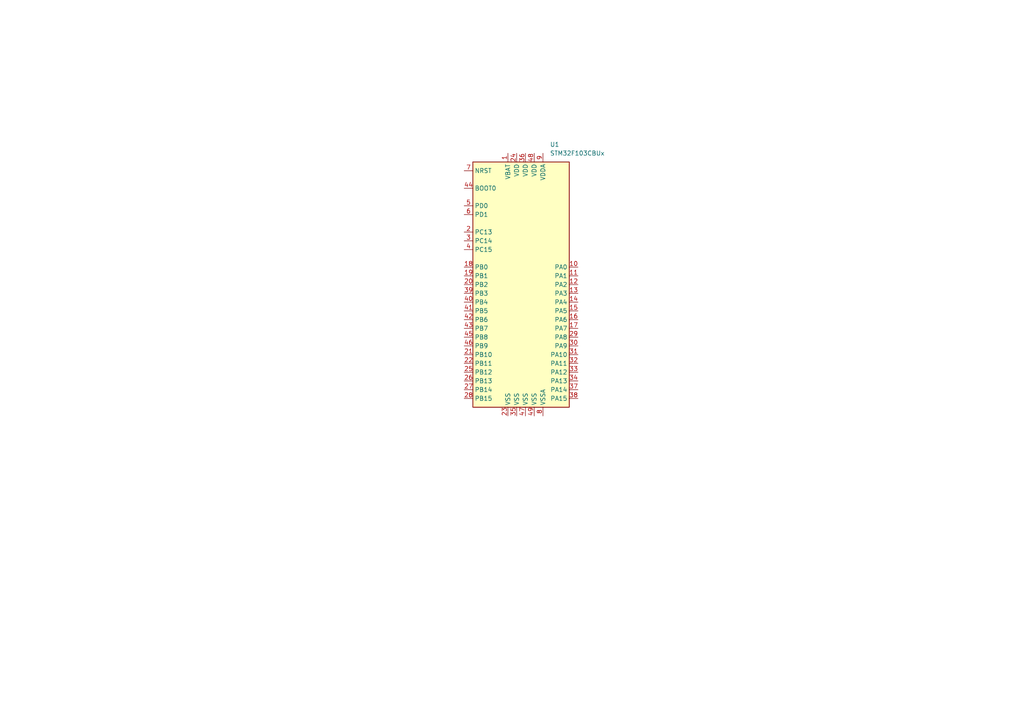
<source format=kicad_sch>
(kicad_sch (version 20211123) (generator eeschema)

  (uuid 622eb65f-976e-4ff6-9e1d-78d5a076528b)

  (paper "A4")

  (lib_symbols
    (symbol "MCU_ST_STM32F1:STM32F103CBUx" (in_bom yes) (on_board yes)
      (property "Reference" "U" (id 0) (at -15.24 36.83 0)
        (effects (font (size 1.27 1.27)) (justify left))
      )
      (property "Value" "STM32F103CBUx" (id 1) (at 7.62 36.83 0)
        (effects (font (size 1.27 1.27)) (justify left))
      )
      (property "Footprint" "Package_DFN_QFN:QFN-48-1EP_7x7mm_P0.5mm_EP5.6x5.6mm" (id 2) (at -15.24 -35.56 0)
        (effects (font (size 1.27 1.27)) (justify right) hide)
      )
      (property "Datasheet" "http://www.st.com/st-web-ui/static/active/en/resource/technical/document/datasheet/CD00161566.pdf" (id 3) (at 0 0 0)
        (effects (font (size 1.27 1.27)) hide)
      )
      (property "ki_keywords" "ARM Cortex-M3 STM32F1 STM32F103" (id 4) (at 0 0 0)
        (effects (font (size 1.27 1.27)) hide)
      )
      (property "ki_description" "ARM Cortex-M3 MCU, 128KB flash, 20KB RAM, 72MHz, 2-3.6V, 37 GPIO, UFQFPN-48" (id 5) (at 0 0 0)
        (effects (font (size 1.27 1.27)) hide)
      )
      (property "ki_fp_filters" "QFN*1EP*7x7mm*P0.5mm*" (id 6) (at 0 0 0)
        (effects (font (size 1.27 1.27)) hide)
      )
      (symbol "STM32F103CBUx_0_1"
        (rectangle (start -15.24 -35.56) (end 12.7 35.56)
          (stroke (width 0.254) (type default) (color 0 0 0 0))
          (fill (type background))
        )
      )
      (symbol "STM32F103CBUx_1_1"
        (pin power_in line (at -5.08 38.1 270) (length 2.54)
          (name "VBAT" (effects (font (size 1.27 1.27))))
          (number "1" (effects (font (size 1.27 1.27))))
        )
        (pin bidirectional line (at 15.24 5.08 180) (length 2.54)
          (name "PA0" (effects (font (size 1.27 1.27))))
          (number "10" (effects (font (size 1.27 1.27))))
        )
        (pin bidirectional line (at 15.24 2.54 180) (length 2.54)
          (name "PA1" (effects (font (size 1.27 1.27))))
          (number "11" (effects (font (size 1.27 1.27))))
        )
        (pin bidirectional line (at 15.24 0 180) (length 2.54)
          (name "PA2" (effects (font (size 1.27 1.27))))
          (number "12" (effects (font (size 1.27 1.27))))
        )
        (pin bidirectional line (at 15.24 -2.54 180) (length 2.54)
          (name "PA3" (effects (font (size 1.27 1.27))))
          (number "13" (effects (font (size 1.27 1.27))))
        )
        (pin bidirectional line (at 15.24 -5.08 180) (length 2.54)
          (name "PA4" (effects (font (size 1.27 1.27))))
          (number "14" (effects (font (size 1.27 1.27))))
        )
        (pin bidirectional line (at 15.24 -7.62 180) (length 2.54)
          (name "PA5" (effects (font (size 1.27 1.27))))
          (number "15" (effects (font (size 1.27 1.27))))
        )
        (pin bidirectional line (at 15.24 -10.16 180) (length 2.54)
          (name "PA6" (effects (font (size 1.27 1.27))))
          (number "16" (effects (font (size 1.27 1.27))))
        )
        (pin bidirectional line (at 15.24 -12.7 180) (length 2.54)
          (name "PA7" (effects (font (size 1.27 1.27))))
          (number "17" (effects (font (size 1.27 1.27))))
        )
        (pin bidirectional line (at -17.78 5.08 0) (length 2.54)
          (name "PB0" (effects (font (size 1.27 1.27))))
          (number "18" (effects (font (size 1.27 1.27))))
        )
        (pin bidirectional line (at -17.78 2.54 0) (length 2.54)
          (name "PB1" (effects (font (size 1.27 1.27))))
          (number "19" (effects (font (size 1.27 1.27))))
        )
        (pin bidirectional line (at -17.78 15.24 0) (length 2.54)
          (name "PC13" (effects (font (size 1.27 1.27))))
          (number "2" (effects (font (size 1.27 1.27))))
        )
        (pin bidirectional line (at -17.78 0 0) (length 2.54)
          (name "PB2" (effects (font (size 1.27 1.27))))
          (number "20" (effects (font (size 1.27 1.27))))
        )
        (pin bidirectional line (at -17.78 -20.32 0) (length 2.54)
          (name "PB10" (effects (font (size 1.27 1.27))))
          (number "21" (effects (font (size 1.27 1.27))))
        )
        (pin bidirectional line (at -17.78 -22.86 0) (length 2.54)
          (name "PB11" (effects (font (size 1.27 1.27))))
          (number "22" (effects (font (size 1.27 1.27))))
        )
        (pin power_in line (at -5.08 -38.1 90) (length 2.54)
          (name "VSS" (effects (font (size 1.27 1.27))))
          (number "23" (effects (font (size 1.27 1.27))))
        )
        (pin power_in line (at -2.54 38.1 270) (length 2.54)
          (name "VDD" (effects (font (size 1.27 1.27))))
          (number "24" (effects (font (size 1.27 1.27))))
        )
        (pin bidirectional line (at -17.78 -25.4 0) (length 2.54)
          (name "PB12" (effects (font (size 1.27 1.27))))
          (number "25" (effects (font (size 1.27 1.27))))
        )
        (pin bidirectional line (at -17.78 -27.94 0) (length 2.54)
          (name "PB13" (effects (font (size 1.27 1.27))))
          (number "26" (effects (font (size 1.27 1.27))))
        )
        (pin bidirectional line (at -17.78 -30.48 0) (length 2.54)
          (name "PB14" (effects (font (size 1.27 1.27))))
          (number "27" (effects (font (size 1.27 1.27))))
        )
        (pin bidirectional line (at -17.78 -33.02 0) (length 2.54)
          (name "PB15" (effects (font (size 1.27 1.27))))
          (number "28" (effects (font (size 1.27 1.27))))
        )
        (pin bidirectional line (at 15.24 -15.24 180) (length 2.54)
          (name "PA8" (effects (font (size 1.27 1.27))))
          (number "29" (effects (font (size 1.27 1.27))))
        )
        (pin bidirectional line (at -17.78 12.7 0) (length 2.54)
          (name "PC14" (effects (font (size 1.27 1.27))))
          (number "3" (effects (font (size 1.27 1.27))))
        )
        (pin bidirectional line (at 15.24 -17.78 180) (length 2.54)
          (name "PA9" (effects (font (size 1.27 1.27))))
          (number "30" (effects (font (size 1.27 1.27))))
        )
        (pin bidirectional line (at 15.24 -20.32 180) (length 2.54)
          (name "PA10" (effects (font (size 1.27 1.27))))
          (number "31" (effects (font (size 1.27 1.27))))
        )
        (pin bidirectional line (at 15.24 -22.86 180) (length 2.54)
          (name "PA11" (effects (font (size 1.27 1.27))))
          (number "32" (effects (font (size 1.27 1.27))))
        )
        (pin bidirectional line (at 15.24 -25.4 180) (length 2.54)
          (name "PA12" (effects (font (size 1.27 1.27))))
          (number "33" (effects (font (size 1.27 1.27))))
        )
        (pin bidirectional line (at 15.24 -27.94 180) (length 2.54)
          (name "PA13" (effects (font (size 1.27 1.27))))
          (number "34" (effects (font (size 1.27 1.27))))
        )
        (pin power_in line (at -2.54 -38.1 90) (length 2.54)
          (name "VSS" (effects (font (size 1.27 1.27))))
          (number "35" (effects (font (size 1.27 1.27))))
        )
        (pin power_in line (at 0 38.1 270) (length 2.54)
          (name "VDD" (effects (font (size 1.27 1.27))))
          (number "36" (effects (font (size 1.27 1.27))))
        )
        (pin bidirectional line (at 15.24 -30.48 180) (length 2.54)
          (name "PA14" (effects (font (size 1.27 1.27))))
          (number "37" (effects (font (size 1.27 1.27))))
        )
        (pin bidirectional line (at 15.24 -33.02 180) (length 2.54)
          (name "PA15" (effects (font (size 1.27 1.27))))
          (number "38" (effects (font (size 1.27 1.27))))
        )
        (pin bidirectional line (at -17.78 -2.54 0) (length 2.54)
          (name "PB3" (effects (font (size 1.27 1.27))))
          (number "39" (effects (font (size 1.27 1.27))))
        )
        (pin bidirectional line (at -17.78 10.16 0) (length 2.54)
          (name "PC15" (effects (font (size 1.27 1.27))))
          (number "4" (effects (font (size 1.27 1.27))))
        )
        (pin bidirectional line (at -17.78 -5.08 0) (length 2.54)
          (name "PB4" (effects (font (size 1.27 1.27))))
          (number "40" (effects (font (size 1.27 1.27))))
        )
        (pin bidirectional line (at -17.78 -7.62 0) (length 2.54)
          (name "PB5" (effects (font (size 1.27 1.27))))
          (number "41" (effects (font (size 1.27 1.27))))
        )
        (pin bidirectional line (at -17.78 -10.16 0) (length 2.54)
          (name "PB6" (effects (font (size 1.27 1.27))))
          (number "42" (effects (font (size 1.27 1.27))))
        )
        (pin bidirectional line (at -17.78 -12.7 0) (length 2.54)
          (name "PB7" (effects (font (size 1.27 1.27))))
          (number "43" (effects (font (size 1.27 1.27))))
        )
        (pin input line (at -17.78 27.94 0) (length 2.54)
          (name "BOOT0" (effects (font (size 1.27 1.27))))
          (number "44" (effects (font (size 1.27 1.27))))
        )
        (pin bidirectional line (at -17.78 -15.24 0) (length 2.54)
          (name "PB8" (effects (font (size 1.27 1.27))))
          (number "45" (effects (font (size 1.27 1.27))))
        )
        (pin bidirectional line (at -17.78 -17.78 0) (length 2.54)
          (name "PB9" (effects (font (size 1.27 1.27))))
          (number "46" (effects (font (size 1.27 1.27))))
        )
        (pin power_in line (at 0 -38.1 90) (length 2.54)
          (name "VSS" (effects (font (size 1.27 1.27))))
          (number "47" (effects (font (size 1.27 1.27))))
        )
        (pin power_in line (at 2.54 38.1 270) (length 2.54)
          (name "VDD" (effects (font (size 1.27 1.27))))
          (number "48" (effects (font (size 1.27 1.27))))
        )
        (pin power_in line (at 2.54 -38.1 90) (length 2.54)
          (name "VSS" (effects (font (size 1.27 1.27))))
          (number "49" (effects (font (size 1.27 1.27))))
        )
        (pin input line (at -17.78 22.86 0) (length 2.54)
          (name "PD0" (effects (font (size 1.27 1.27))))
          (number "5" (effects (font (size 1.27 1.27))))
        )
        (pin input line (at -17.78 20.32 0) (length 2.54)
          (name "PD1" (effects (font (size 1.27 1.27))))
          (number "6" (effects (font (size 1.27 1.27))))
        )
        (pin input line (at -17.78 33.02 0) (length 2.54)
          (name "NRST" (effects (font (size 1.27 1.27))))
          (number "7" (effects (font (size 1.27 1.27))))
        )
        (pin power_in line (at 5.08 -38.1 90) (length 2.54)
          (name "VSSA" (effects (font (size 1.27 1.27))))
          (number "8" (effects (font (size 1.27 1.27))))
        )
        (pin power_in line (at 5.08 38.1 270) (length 2.54)
          (name "VDDA" (effects (font (size 1.27 1.27))))
          (number "9" (effects (font (size 1.27 1.27))))
        )
      )
    )
  )


  (symbol (lib_id "MCU_ST_STM32F1:STM32F103CBUx") (at 152.4 82.55 0) (unit 1)
    (in_bom yes) (on_board yes) (fields_autoplaced)
    (uuid 03e88226-cd4c-495e-8240-f30f511ef3fc)
    (property "Reference" "U1" (id 0) (at 159.4994 41.91 0)
      (effects (font (size 1.27 1.27)) (justify left))
    )
    (property "Value" "STM32F103CBUx" (id 1) (at 159.4994 44.45 0)
      (effects (font (size 1.27 1.27)) (justify left))
    )
    (property "Footprint" "Package_DFN_QFN:QFN-48-1EP_7x7mm_P0.5mm_EP5.6x5.6mm" (id 2) (at 137.16 118.11 0)
      (effects (font (size 1.27 1.27)) (justify right) hide)
    )
    (property "Datasheet" "http://www.st.com/st-web-ui/static/active/en/resource/technical/document/datasheet/CD00161566.pdf" (id 3) (at 152.4 82.55 0)
      (effects (font (size 1.27 1.27)) hide)
    )
    (pin "1" (uuid 7c18d266-41fd-4f6d-87cf-3a7e67f879dc))
    (pin "10" (uuid 1e034597-b2fc-49ad-967b-0c6f8435200f))
    (pin "11" (uuid 342cb105-54aa-4519-aac4-89a417436a7e))
    (pin "12" (uuid c6d63b5d-d408-4403-8636-d5703f49ec97))
    (pin "13" (uuid 9da7bd25-ab26-41c0-b7fa-168d24fe4104))
    (pin "14" (uuid 93ad10dd-296c-4460-95dc-45404d31d93a))
    (pin "15" (uuid 826390b3-0036-44dd-b1ec-214f246c4500))
    (pin "16" (uuid 695af99b-75b0-4eee-9921-d8201fd4dc4e))
    (pin "17" (uuid 125aafa6-fac1-401e-82df-7dd0f93f80c5))
    (pin "18" (uuid f2b40b2f-c099-4b59-b509-e35b3875ee17))
    (pin "19" (uuid fdabf848-c6cc-47b9-86e6-38bd0fcce70c))
    (pin "2" (uuid 70d69cd0-0f32-4fb2-9524-d170960f24db))
    (pin "20" (uuid 2aa9e979-45d8-4763-a476-1d3598240266))
    (pin "21" (uuid b9cc122e-f707-469b-b534-0345a9ef2126))
    (pin "22" (uuid 6003ffd6-7ca8-46f3-a431-bfc0962170fa))
    (pin "23" (uuid 35d5ef05-693b-4455-9ae7-b9e981d59440))
    (pin "24" (uuid 77aa3492-5ef0-44a1-b693-1ab57c56bf69))
    (pin "25" (uuid 3568bb9d-9773-423f-aaae-d066efd471f6))
    (pin "26" (uuid 95af1d63-1a74-4896-b400-d5f7cd3afa03))
    (pin "27" (uuid 2daf6725-c1ef-43f9-93be-5f18ec3b9e4a))
    (pin "28" (uuid 2a6b6413-30be-48ab-b236-4d6f27eaa695))
    (pin "29" (uuid ba33135b-aa53-4b50-94c2-78638356ab2b))
    (pin "3" (uuid f18d0a9a-d6ad-4b8e-881a-5d1f53fb7328))
    (pin "30" (uuid e45489e7-9440-40bb-8e5f-b56234d99076))
    (pin "31" (uuid 280b9940-fa75-40d8-a8ae-d427a8989c98))
    (pin "32" (uuid f2ec8093-6102-40a7-a8ca-cf31954bbc01))
    (pin "33" (uuid 9cf872e6-6b82-484f-b1f1-23794de8ed40))
    (pin "34" (uuid 41c1bfaf-5f8e-474c-9ad4-0842193a8f87))
    (pin "35" (uuid 8c1f9063-ec8d-4d33-9385-e8d871e7e257))
    (pin "36" (uuid 56aeeec3-bdc3-49eb-81ab-7dacbd16a7a4))
    (pin "37" (uuid d5d3e165-27ae-46b1-8907-56beaeaf3c45))
    (pin "38" (uuid e744dd0b-a2c3-4a5b-9071-ba40ddeb096c))
    (pin "39" (uuid fba9cc95-6c84-4ae5-afc1-14ed1a551761))
    (pin "4" (uuid 1d384010-ac69-4590-a98d-63adb40e96b8))
    (pin "40" (uuid 80305e7c-8455-4cde-a007-346a162b0424))
    (pin "41" (uuid 70846d3b-0b6d-4158-a298-d08ee1affaca))
    (pin "42" (uuid 38691b46-02fe-4ae8-96d3-545536cf26ec))
    (pin "43" (uuid 3f77f9ee-bc33-4cb2-80a2-d233fb780087))
    (pin "44" (uuid e234edbe-0423-4c45-8502-6c411fc8b423))
    (pin "45" (uuid 340ed09d-b52c-43e5-a561-ddc5ce7b4a19))
    (pin "46" (uuid 4247389d-92c5-4981-b10e-200fcf1b6259))
    (pin "47" (uuid e630e8c8-7c0d-4b80-aadf-6a0a292c6809))
    (pin "48" (uuid 6f9d320d-34b5-4df1-a13f-e3ff7756c196))
    (pin "49" (uuid e8c86484-5913-4e81-a5c8-ed815106bfc9))
    (pin "5" (uuid e5294321-10d3-49e9-bd18-6123551f40a0))
    (pin "6" (uuid 3045baea-6e2f-4716-be4a-8a7a26b848ed))
    (pin "7" (uuid 573b70b4-e6d9-4d13-9bfc-076c2c579837))
    (pin "8" (uuid 17c1233c-cfc1-4b7f-85cd-ff2320e6baad))
    (pin "9" (uuid 9bddf6ef-f3a9-4650-ba5f-578958459ac8))
  )
)

</source>
